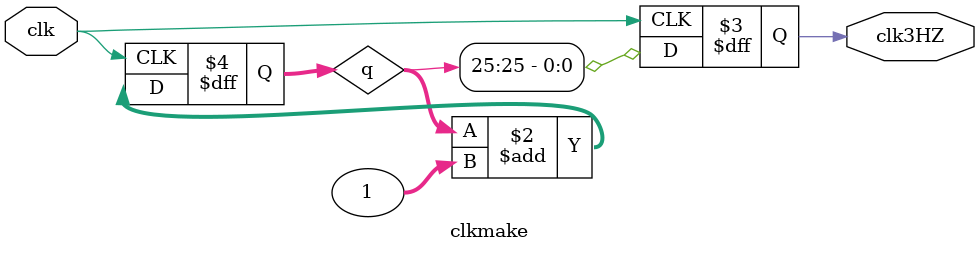
<source format=v>

module clkmake

(
	input clk,
	
	output reg clk3HZ
);

	reg [35:0]q;

	
	always @ (posedge clk)
	begin
		q <= q + 1;
		clk3HZ <= q[25];
	end


	
endmodule

</source>
